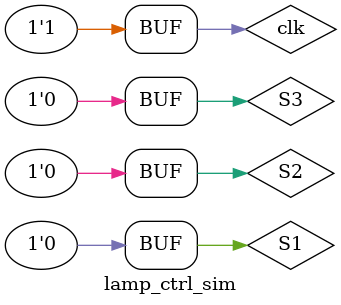
<source format=v>
`timescale 1ns / 1ps

module lamp_ctrl_sim;
	// Inputs
	reg clk;
	reg S1;
	reg S2;
	reg S3;
	// Outputs
	wire F;

	// Instantiate the Unit Under Test (UUT)
	lamp_ctrl uut (
		.clk(clk), 
		.S1(S1), 
		.S2(S2), 
		.S3(S3), 
		.F(F)
	);
	initial begin
		// Initialize Inputs
		clk = 0;
		S1 = 0;S2 = 0;S3 = 0;

		#600 S1 = 1;	
		#20 S1 = 0;
		#6000 S2 = 1;
		#20 S2 = 0;
		#6000 S3 = 1;
		#20 S3 = 0;
	end
	
	always begin
		#10 clk = 0;
		#10 clk = 1;
	end	
endmodule


</source>
